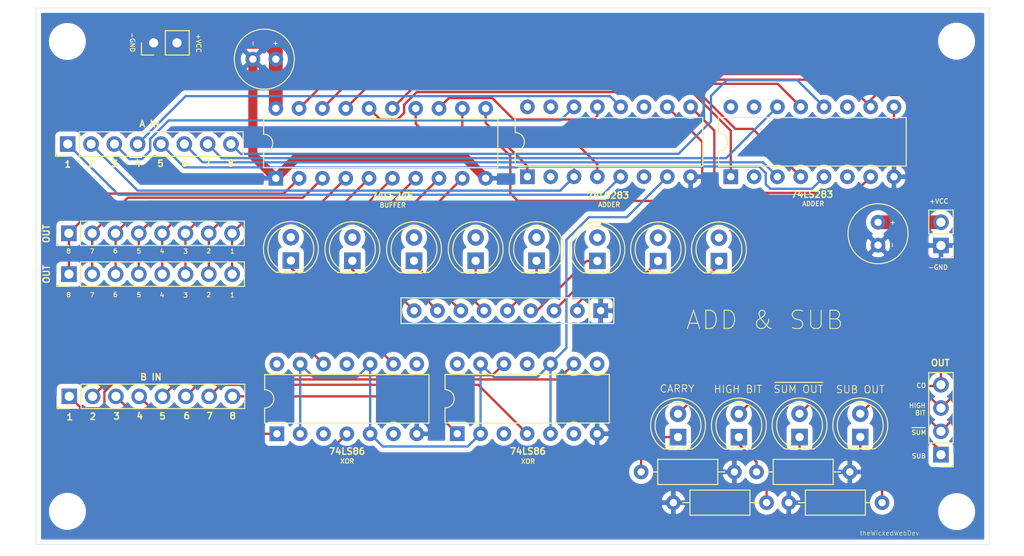
<source format=kicad_pcb>
(kicad_pcb (version 20171130) (host pcbnew "(5.1.9-0-10_14)")
  (layers (0 F.Cu signal) (1 In1.Cu signal) (2 In2.Cu signal hide) (31 B.Cu signal hide) (34 B.Paste user) (35 F.Paste user) (36 B.SilkS user) (37 F.SilkS user) (38 B.Mask user) (39 F.Mask user) (44 Edge.Cuts user))
  (net 0 "")
  (net 1 GND)
  (net 2 VCC)
  (net 3 A8)
  (net 4 A7)
  (net 5 A6)
  (net 6 A5)
  (net 7 A4)
  (net 8 A3)
  (net 9 A2)
  (net 10 A1)
  (net 11 B8)
  (net 12 B7)
  (net 13 B6)
  (net 14 B5)
  (net 15 B4)
  (net 16 B3)
  (net 17 B2)
  (net 18 B1)
  (net 19 /Y1)
  (net 20 /Y2)
  (net 21 /Y3)
  (net 22 /Y4)
  (net 23 /Y5)
  (net 24 /Y6)
  (net 25 /Y7)
  (net 26 /Y8)
  (net 27 "Net-(D25-Pad1)")
  (net 28 "Net-(D26-Pad1)")
  (net 29 "Net-(D27-Pad1)")
  (net 30 "Net-(D28-Pad1)")
  (net 31 /SUM_OUT)
  (net 32 /SUB)
  (net 33 /SUM8)
  (net 34 /CARRY_OUT)
  (net 35 /SUM7)
  (net 36 /SUM6)
  (net 37 /SUM5)
  (net 38 /SUM4)
  (net 39 /SUM3)
  (net 40 /SUM2)
  (net 41 /SUM1)
  (net 42 "Net-(U12-Pad15)")
  (net 43 "Net-(U12-Pad7)")
  (net 44 "Net-(U12-Pad6)")
  (net 45 "Net-(U12-Pad11)")
  (net 46 "Net-(U12-Pad2)")
  (net 47 "Net-(U13-Pad15)")
  (net 48 "Net-(U13-Pad6)")
  (net 49 "Net-(U13-Pad11)")
  (net 50 "Net-(U13-Pad2)")
  (net 51 "Net-(D1-Pad1)")
  (net 52 "Net-(D2-Pad1)")
  (net 53 "Net-(D3-Pad1)")
  (net 54 "Net-(D4-Pad1)")
  (net 55 "Net-(D5-Pad1)")
  (net 56 "Net-(D6-Pad1)")
  (net 57 "Net-(D7-Pad1)")
  (net 58 "Net-(D8-Pad1)")
  (module Connector_PinHeader_2.54mm:PinHeader_1x02_P2.54mm_Vertical (layer F.Cu) (at 79.98968 57.10936 90)
    (fp_text reference J7 hide)
    (fp_text value Conn_01x02)
    (pad 2 thru_hole oval (at 0 2.54 90) (size 1.7 1.7) (drill 1) (layers *.Cu *.Mask) (net 2 VCC))
    (pad 1 thru_hole rect (at 0 0 90) (size 1.7 1.7) (drill 1) (layers *.Cu *.Mask) (net 1 GND))
  )
  (module Connector_PinHeader_2.54mm:PinHeader_1x08_P2.54mm_Vertical (layer F.Cu) (at 70.79488 95.6564 90)
    (fp_text reference J3 hide)
    (fp_text value Conn_01x08)
    (pad 8 thru_hole oval (at 0 17.78 90) (size 1.7 1.7) (drill 1) (layers *.Cu *.Mask) (net 11 B8))
    (pad 7 thru_hole oval (at 0 15.24 90) (size 1.7 1.7) (drill 1) (layers *.Cu *.Mask) (net 12 B7))
    (pad 6 thru_hole oval (at 0 12.7 90) (size 1.7 1.7) (drill 1) (layers *.Cu *.Mask) (net 13 B6))
    (pad 5 thru_hole oval (at 0 10.16 90) (size 1.7 1.7) (drill 1) (layers *.Cu *.Mask) (net 14 B5))
    (pad 4 thru_hole oval (at 0 7.62 90) (size 1.7 1.7) (drill 1) (layers *.Cu *.Mask) (net 15 B4))
    (pad 3 thru_hole oval (at 0 5.08 90) (size 1.7 1.7) (drill 1) (layers *.Cu *.Mask) (net 16 B3))
    (pad 2 thru_hole oval (at 0 2.54 90) (size 1.7 1.7) (drill 1) (layers *.Cu *.Mask) (net 17 B2))
    (pad 1 thru_hole rect (at 0 0 90) (size 1.7 1.7) (drill 1) (layers *.Cu *.Mask) (net 18 B1))
  )
  (module Connector_PinHeader_2.54mm:PinHeader_1x04_P2.54mm_Vertical (layer F.Cu) (at 165.75532 102.01148 180)
    (fp_text reference J5 hide)
    (fp_text value Conn_01x04)
    (pad 4 thru_hole oval (at 0 7.62 180) (size 1.7 1.7) (drill 1) (layers *.Cu *.Mask) (net 34 /CARRY_OUT))
    (pad 3 thru_hole oval (at 0 5.08 180) (size 1.7 1.7) (drill 1) (layers *.Cu *.Mask) (net 33 /SUM8))
    (pad 2 thru_hole oval (at 0 2.54 180) (size 1.7 1.7) (drill 1) (layers *.Cu *.Mask) (net 31 /SUM_OUT))
    (pad 1 thru_hole rect (at 0 0 180) (size 1.7 1.7) (drill 1) (layers *.Cu *.Mask) (net 32 /SUB))
  )
  (module Resistor_THT:R_Array_SIP9 (layer F.Cu) (at 128.68656 86.31428 180)
    (fp_text reference RN1 hide)
    (fp_text value R_Network08_US)
    (pad 9 thru_hole oval (at 20.32 0 180) (size 1.6 1.6) (drill 0.8) (layers *.Cu *.Mask) (net 51 "Net-(D1-Pad1)"))
    (pad 8 thru_hole oval (at 17.78 0 180) (size 1.6 1.6) (drill 0.8) (layers *.Cu *.Mask) (net 52 "Net-(D2-Pad1)"))
    (pad 7 thru_hole oval (at 15.24 0 180) (size 1.6 1.6) (drill 0.8) (layers *.Cu *.Mask) (net 53 "Net-(D3-Pad1)"))
    (pad 6 thru_hole oval (at 12.7 0 180) (size 1.6 1.6) (drill 0.8) (layers *.Cu *.Mask) (net 54 "Net-(D4-Pad1)"))
    (pad 5 thru_hole oval (at 10.16 0 180) (size 1.6 1.6) (drill 0.8) (layers *.Cu *.Mask) (net 55 "Net-(D5-Pad1)"))
    (pad 4 thru_hole oval (at 7.62 0 180) (size 1.6 1.6) (drill 0.8) (layers *.Cu *.Mask) (net 56 "Net-(D6-Pad1)"))
    (pad 3 thru_hole oval (at 5.08 0 180) (size 1.6 1.6) (drill 0.8) (layers *.Cu *.Mask) (net 57 "Net-(D7-Pad1)"))
    (pad 2 thru_hole oval (at 2.54 0 180) (size 1.6 1.6) (drill 0.8) (layers *.Cu *.Mask) (net 58 "Net-(D8-Pad1)"))
    (pad 1 thru_hole rect (at 0 0 180) (size 1.6 1.6) (drill 0.8) (layers *.Cu *.Mask) (net 1 GND))
  )
  (module LED_THT:LED_D5.0mm (layer F.Cu) (at 141.56944 80.899 90)
    (fp_text reference D8 hide)
    (fp_text value LED)
    (pad 2 thru_hole circle (at 2.54 0 90) (size 1.8 1.8) (drill 0.9) (layers *.Cu *.Mask) (net 41 /SUM1))
    (pad 1 thru_hole rect (at 0 0 90) (size 1.8 1.8) (drill 0.9) (layers *.Cu *.Mask) (net 58 "Net-(D8-Pad1)"))
  )
  (module LED_THT:LED_D5.0mm (layer F.Cu) (at 134.94004 80.899 90)
    (fp_text reference D7 hide)
    (fp_text value LED)
    (pad 2 thru_hole circle (at 2.54 0 90) (size 1.8 1.8) (drill 0.9) (layers *.Cu *.Mask) (net 40 /SUM2))
    (pad 1 thru_hole rect (at 0 0 90) (size 1.8 1.8) (drill 0.9) (layers *.Cu *.Mask) (net 57 "Net-(D7-Pad1)"))
  )
  (module LED_THT:LED_D5.0mm (layer F.Cu) (at 128.32588 80.88884 90)
    (fp_text reference D6 hide)
    (fp_text value LED)
    (pad 2 thru_hole circle (at 2.54 0 90) (size 1.8 1.8) (drill 0.9) (layers *.Cu *.Mask) (net 39 /SUM3))
    (pad 1 thru_hole rect (at 0 0 90) (size 1.8 1.8) (drill 0.9) (layers *.Cu *.Mask) (net 56 "Net-(D6-Pad1)"))
  )
  (module LED_THT:LED_D5.0mm (layer F.Cu) (at 121.69648 80.8736 90)
    (fp_text reference D5 hide)
    (fp_text value LED)
    (pad 2 thru_hole circle (at 2.54 0 90) (size 1.8 1.8) (drill 0.9) (layers *.Cu *.Mask) (net 38 /SUM4))
    (pad 1 thru_hole rect (at 0 0 90) (size 1.8 1.8) (drill 0.9) (layers *.Cu *.Mask) (net 55 "Net-(D5-Pad1)"))
  )
  (module LED_THT:LED_D5.0mm (layer F.Cu) (at 115.06708 80.8736 90)
    (fp_text reference D4 hide)
    (fp_text value LED)
    (pad 2 thru_hole circle (at 2.54 0 90) (size 1.8 1.8) (drill 0.9) (layers *.Cu *.Mask) (net 37 /SUM5))
    (pad 1 thru_hole rect (at 0 0 90) (size 1.8 1.8) (drill 0.9) (layers *.Cu *.Mask) (net 54 "Net-(D4-Pad1)"))
  )
  (module LED_THT:LED_D5.0mm (layer F.Cu) (at 108.35132 80.8736 90)
    (fp_text reference D3 hide)
    (fp_text value LED)
    (pad 2 thru_hole circle (at 2.54 0 90) (size 1.8 1.8) (drill 0.9) (layers *.Cu *.Mask) (net 36 /SUM6))
    (pad 1 thru_hole rect (at 0 0 90) (size 1.8 1.8) (drill 0.9) (layers *.Cu *.Mask) (net 53 "Net-(D3-Pad1)"))
  )
  (module LED_THT:LED_D5.0mm (layer F.Cu) (at 101.63556 80.8736 90)
    (fp_text reference D2 hide)
    (fp_text value LED)
    (pad 2 thru_hole circle (at 2.54 0 90) (size 1.8 1.8) (drill 0.9) (layers *.Cu *.Mask) (net 35 /SUM7))
    (pad 1 thru_hole rect (at 0 0 90) (size 1.8 1.8) (drill 0.9) (layers *.Cu *.Mask) (net 52 "Net-(D2-Pad1)"))
  )
  (module LED_THT:LED_D5.0mm (layer F.Cu) (at 94.93504 80.8482 90)
    (fp_text reference D1 hide)
    (fp_text value LED)
    (pad 2 thru_hole circle (at 2.54 0 90) (size 1.8 1.8) (drill 0.9) (layers *.Cu *.Mask) (net 33 /SUM8))
    (pad 1 thru_hole rect (at 0 0 90) (size 1.8 1.8) (drill 0.9) (layers *.Cu *.Mask) (net 51 "Net-(D1-Pad1)"))
  )
  (module Capacitor_THT:C_Radial_D6.3mm_H11.0mm_P2.50mm (layer F.Cu) (at 93.2942 58.88736 180)
    (fp_text reference C4 hide)
    (fp_text value CP1)
    (pad 2 thru_hole circle (at 2.5 0 180) (size 1.6 1.6) (drill 0.8) (layers *.Cu *.Mask) (net 1 GND))
    (pad 1 thru_hole circle (at 0 0 180) (size 1.6 1.6) (drill 0.8) (layers *.Cu *.Mask) (net 2 VCC))
  )
  (module MountingHole:MountingHole_3mm (layer F.Cu) (at 167.45712 56.92648)
    (fp_text reference REF** hide)
    (fp_text value MountingHole_3mm)
    (pad 1 np_thru_hole circle (at 0 0) (size 3 3) (drill 3) (layers *.Cu *.Mask))
  )
  (module MountingHole:MountingHole_3mm (layer F.Cu) (at 167.46728 108.22432)
    (fp_text reference REF** hide)
    (fp_text value MountingHole_3mm)
    (pad 1 np_thru_hole circle (at 0 0) (size 3 3) (drill 3) (layers *.Cu *.Mask))
  )
  (module MountingHole:MountingHole_3mm (layer F.Cu) (at 70.59168 108.19384)
    (fp_text reference REF** hide)
    (fp_text value MountingHole_3mm)
    (pad 1 np_thru_hole circle (at 0 0) (size 3 3) (drill 3) (layers *.Cu *.Mask))
  )
  (module MountingHole:MountingHole_3mm (layer F.Cu) (at 70.5866 56.95696)
    (fp_text reference REF** hide)
    (fp_text value MountingHole_3mm)
    (pad 1 np_thru_hole circle (at 0 0) (size 3 3) (drill 3) (layers *.Cu *.Mask))
  )
  (module Connector_PinHeader_2.54mm:PinHeader_1x08_P2.54mm_Vertical (layer F.Cu) (at 70.75932 82.32648 90)
    (fp_text reference J6 hide)
    (fp_text value Conn_01x08)
    (pad 8 thru_hole oval (at 0 17.78 90) (size 1.7 1.7) (drill 1) (layers *.Cu *.Mask) (net 19 /Y1))
    (pad 7 thru_hole oval (at 0 15.24 90) (size 1.7 1.7) (drill 1) (layers *.Cu *.Mask) (net 20 /Y2))
    (pad 6 thru_hole oval (at 0 12.7 90) (size 1.7 1.7) (drill 1) (layers *.Cu *.Mask) (net 21 /Y3))
    (pad 5 thru_hole oval (at 0 10.16 90) (size 1.7 1.7) (drill 1) (layers *.Cu *.Mask) (net 22 /Y4))
    (pad 4 thru_hole oval (at 0 7.62 90) (size 1.7 1.7) (drill 1) (layers *.Cu *.Mask) (net 23 /Y5))
    (pad 3 thru_hole oval (at 0 5.08 90) (size 1.7 1.7) (drill 1) (layers *.Cu *.Mask) (net 24 /Y6))
    (pad 2 thru_hole oval (at 0 2.54 90) (size 1.7 1.7) (drill 1) (layers *.Cu *.Mask) (net 25 /Y7))
    (pad 1 thru_hole rect (at 0 0 90) (size 1.7 1.7) (drill 1) (layers *.Cu *.Mask) (net 26 /Y8))
  )
  (module Connector_PinHeader_2.54mm:PinHeader_1x08_P2.54mm_Vertical (layer F.Cu) (at 70.74916 77.8764 90)
    (fp_text reference J4 hide)
    (fp_text value Conn_01x08)
    (pad 8 thru_hole oval (at 0 17.78 90) (size 1.7 1.7) (drill 1) (layers *.Cu *.Mask) (net 19 /Y1))
    (pad 7 thru_hole oval (at 0 15.24 90) (size 1.7 1.7) (drill 1) (layers *.Cu *.Mask) (net 20 /Y2))
    (pad 6 thru_hole oval (at 0 12.7 90) (size 1.7 1.7) (drill 1) (layers *.Cu *.Mask) (net 21 /Y3))
    (pad 5 thru_hole oval (at 0 10.16 90) (size 1.7 1.7) (drill 1) (layers *.Cu *.Mask) (net 22 /Y4))
    (pad 4 thru_hole oval (at 0 7.62 90) (size 1.7 1.7) (drill 1) (layers *.Cu *.Mask) (net 23 /Y5))
    (pad 3 thru_hole oval (at 0 5.08 90) (size 1.7 1.7) (drill 1) (layers *.Cu *.Mask) (net 24 /Y6))
    (pad 2 thru_hole oval (at 0 2.54 90) (size 1.7 1.7) (drill 1) (layers *.Cu *.Mask) (net 25 /Y7))
    (pad 1 thru_hole rect (at 0 0 90) (size 1.7 1.7) (drill 1) (layers *.Cu *.Mask) (net 26 /Y8))
  )
  (module Package_DIP:DIP-14_W7.62mm (layer F.Cu) (at 93.41104 99.74072 90)
    (fp_text reference U15 hide)
    (fp_text value 74LS86)
    (pad 14 thru_hole oval (at 7.62 0 90) (size 1.6 1.6) (drill 0.8) (layers *.Cu *.Mask) (net 2 VCC))
    (pad 7 thru_hole oval (at 0 15.24 90) (size 1.6 1.6) (drill 0.8) (layers *.Cu *.Mask) (net 1 GND))
    (pad 13 thru_hole oval (at 7.62 2.54 90) (size 1.6 1.6) (drill 0.8) (layers *.Cu *.Mask) (net 32 /SUB))
    (pad 6 thru_hole oval (at 0 12.7 90) (size 1.6 1.6) (drill 0.8) (layers *.Cu *.Mask) (net 47 "Net-(U13-Pad15)"))
    (pad 12 thru_hole oval (at 7.62 5.08 90) (size 1.6 1.6) (drill 0.8) (layers *.Cu *.Mask) (net 18 B1))
    (pad 5 thru_hole oval (at 0 10.16 90) (size 1.6 1.6) (drill 0.8) (layers *.Cu *.Mask) (net 32 /SUB))
    (pad 11 thru_hole oval (at 7.62 7.62 90) (size 1.6 1.6) (drill 0.8) (layers *.Cu *.Mask) (net 48 "Net-(U13-Pad6)"))
    (pad 4 thru_hole oval (at 0 7.62 90) (size 1.6 1.6) (drill 0.8) (layers *.Cu *.Mask) (net 16 B3))
    (pad 10 thru_hole oval (at 7.62 10.16 90) (size 1.6 1.6) (drill 0.8) (layers *.Cu *.Mask) (net 32 /SUB))
    (pad 3 thru_hole oval (at 0 5.08 90) (size 1.6 1.6) (drill 0.8) (layers *.Cu *.Mask) (net 49 "Net-(U13-Pad11)"))
    (pad 9 thru_hole oval (at 7.62 12.7 90) (size 1.6 1.6) (drill 0.8) (layers *.Cu *.Mask) (net 17 B2))
    (pad 2 thru_hole oval (at 0 2.54 90) (size 1.6 1.6) (drill 0.8) (layers *.Cu *.Mask) (net 32 /SUB))
    (pad 8 thru_hole oval (at 7.62 15.24 90) (size 1.6 1.6) (drill 0.8) (layers *.Cu *.Mask) (net 50 "Net-(U13-Pad2)"))
    (pad 1 thru_hole rect (at 0 0 90) (size 1.6 1.6) (drill 0.8) (layers *.Cu *.Mask) (net 15 B4))
  )
  (module Package_DIP:DIP-14_W7.62mm (layer F.Cu) (at 113.06048 99.73056 90)
    (fp_text reference U14 hide)
    (fp_text value 74LS86)
    (pad 14 thru_hole oval (at 7.62 0 90) (size 1.6 1.6) (drill 0.8) (layers *.Cu *.Mask) (net 2 VCC))
    (pad 7 thru_hole oval (at 0 15.24 90) (size 1.6 1.6) (drill 0.8) (layers *.Cu *.Mask) (net 1 GND))
    (pad 13 thru_hole oval (at 7.62 2.54 90) (size 1.6 1.6) (drill 0.8) (layers *.Cu *.Mask) (net 32 /SUB))
    (pad 6 thru_hole oval (at 0 12.7 90) (size 1.6 1.6) (drill 0.8) (layers *.Cu *.Mask) (net 42 "Net-(U12-Pad15)"))
    (pad 12 thru_hole oval (at 7.62 5.08 90) (size 1.6 1.6) (drill 0.8) (layers *.Cu *.Mask) (net 14 B5))
    (pad 5 thru_hole oval (at 0 10.16 90) (size 1.6 1.6) (drill 0.8) (layers *.Cu *.Mask) (net 32 /SUB))
    (pad 11 thru_hole oval (at 7.62 7.62 90) (size 1.6 1.6) (drill 0.8) (layers *.Cu *.Mask) (net 44 "Net-(U12-Pad6)"))
    (pad 4 thru_hole oval (at 0 7.62 90) (size 1.6 1.6) (drill 0.8) (layers *.Cu *.Mask) (net 12 B7))
    (pad 10 thru_hole oval (at 7.62 10.16 90) (size 1.6 1.6) (drill 0.8) (layers *.Cu *.Mask) (net 32 /SUB))
    (pad 3 thru_hole oval (at 0 5.08 90) (size 1.6 1.6) (drill 0.8) (layers *.Cu *.Mask) (net 45 "Net-(U12-Pad11)"))
    (pad 9 thru_hole oval (at 7.62 12.7 90) (size 1.6 1.6) (drill 0.8) (layers *.Cu *.Mask) (net 13 B6))
    (pad 2 thru_hole oval (at 0 2.54 90) (size 1.6 1.6) (drill 0.8) (layers *.Cu *.Mask) (net 32 /SUB))
    (pad 8 thru_hole oval (at 7.62 15.24 90) (size 1.6 1.6) (drill 0.8) (layers *.Cu *.Mask) (net 46 "Net-(U12-Pad2)"))
    (pad 1 thru_hole rect (at 0 0 90) (size 1.6 1.6) (drill 0.8) (layers *.Cu *.Mask) (net 11 B8))
  )
  (module Package_DIP:DIP-16_W7.62mm (layer F.Cu) (at 120.70334 71.70928 90)
    (fp_text reference U13 hide)
    (fp_text value 74LS283)
    (pad 16 thru_hole oval (at 7.62 0 90) (size 1.6 1.6) (drill 0.8) (layers *.Cu *.Mask) (net 2 VCC))
    (pad 8 thru_hole oval (at 0 17.78 90) (size 1.6 1.6) (drill 0.8) (layers *.Cu *.Mask) (net 1 GND))
    (pad 15 thru_hole oval (at 7.62 2.54 90) (size 1.6 1.6) (drill 0.8) (layers *.Cu *.Mask) (net 47 "Net-(U13-Pad15)"))
    (pad 7 thru_hole oval (at 0 15.24 90) (size 1.6 1.6) (drill 0.8) (layers *.Cu *.Mask) (net 32 /SUB))
    (pad 14 thru_hole oval (at 7.62 5.08 90) (size 1.6 1.6) (drill 0.8) (layers *.Cu *.Mask) (net 8 A3))
    (pad 6 thru_hole oval (at 0 12.7 90) (size 1.6 1.6) (drill 0.8) (layers *.Cu *.Mask) (net 48 "Net-(U13-Pad6)"))
    (pad 13 thru_hole oval (at 7.62 7.62 90) (size 1.6 1.6) (drill 0.8) (layers *.Cu *.Mask) (net 39 /SUM3))
    (pad 5 thru_hole oval (at 0 10.16 90) (size 1.6 1.6) (drill 0.8) (layers *.Cu *.Mask) (net 10 A1))
    (pad 12 thru_hole oval (at 7.62 10.16 90) (size 1.6 1.6) (drill 0.8) (layers *.Cu *.Mask) (net 7 A4))
    (pad 4 thru_hole oval (at 0 7.62 90) (size 1.6 1.6) (drill 0.8) (layers *.Cu *.Mask) (net 41 /SUM1))
    (pad 11 thru_hole oval (at 7.62 12.7 90) (size 1.6 1.6) (drill 0.8) (layers *.Cu *.Mask) (net 49 "Net-(U13-Pad11)"))
    (pad 3 thru_hole oval (at 0 5.08 90) (size 1.6 1.6) (drill 0.8) (layers *.Cu *.Mask) (net 9 A2))
    (pad 10 thru_hole oval (at 7.62 15.24 90) (size 1.6 1.6) (drill 0.8) (layers *.Cu *.Mask) (net 38 /SUM4))
    (pad 2 thru_hole oval (at 0 2.54 90) (size 1.6 1.6) (drill 0.8) (layers *.Cu *.Mask) (net 50 "Net-(U13-Pad2)"))
    (pad 9 thru_hole oval (at 7.62 17.78 90) (size 1.6 1.6) (drill 0.8) (layers *.Cu *.Mask) (net 43 "Net-(U12-Pad7)"))
    (pad 1 thru_hole rect (at 0 0 90) (size 1.6 1.6) (drill 0.8) (layers *.Cu *.Mask) (net 40 /SUM2))
  )
  (module Package_DIP:DIP-16_W7.62mm (layer F.Cu) (at 142.85976 71.70928 90)
    (fp_text reference U12 hide)
    (fp_text value 74LS283)
    (pad 16 thru_hole oval (at 7.62 0 90) (size 1.6 1.6) (drill 0.8) (layers *.Cu *.Mask) (net 2 VCC))
    (pad 8 thru_hole oval (at 0 17.78 90) (size 1.6 1.6) (drill 0.8) (layers *.Cu *.Mask) (net 1 GND))
    (pad 15 thru_hole oval (at 7.62 2.54 90) (size 1.6 1.6) (drill 0.8) (layers *.Cu *.Mask) (net 42 "Net-(U12-Pad15)"))
    (pad 7 thru_hole oval (at 0 15.24 90) (size 1.6 1.6) (drill 0.8) (layers *.Cu *.Mask) (net 43 "Net-(U12-Pad7)"))
    (pad 14 thru_hole oval (at 7.62 5.08 90) (size 1.6 1.6) (drill 0.8) (layers *.Cu *.Mask) (net 4 A7))
    (pad 6 thru_hole oval (at 0 12.7 90) (size 1.6 1.6) (drill 0.8) (layers *.Cu *.Mask) (net 44 "Net-(U12-Pad6)"))
    (pad 13 thru_hole oval (at 7.62 7.62 90) (size 1.6 1.6) (drill 0.8) (layers *.Cu *.Mask) (net 35 /SUM7))
    (pad 5 thru_hole oval (at 0 10.16 90) (size 1.6 1.6) (drill 0.8) (layers *.Cu *.Mask) (net 6 A5))
    (pad 12 thru_hole oval (at 7.62 10.16 90) (size 1.6 1.6) (drill 0.8) (layers *.Cu *.Mask) (net 3 A8))
    (pad 4 thru_hole oval (at 0 7.62 90) (size 1.6 1.6) (drill 0.8) (layers *.Cu *.Mask) (net 37 /SUM5))
    (pad 11 thru_hole oval (at 7.62 12.7 90) (size 1.6 1.6) (drill 0.8) (layers *.Cu *.Mask) (net 45 "Net-(U12-Pad11)"))
    (pad 3 thru_hole oval (at 0 5.08 90) (size 1.6 1.6) (drill 0.8) (layers *.Cu *.Mask) (net 5 A6))
    (pad 10 thru_hole oval (at 7.62 15.24 90) (size 1.6 1.6) (drill 0.8) (layers *.Cu *.Mask) (net 33 /SUM8))
    (pad 2 thru_hole oval (at 0 2.54 90) (size 1.6 1.6) (drill 0.8) (layers *.Cu *.Mask) (net 46 "Net-(U12-Pad2)"))
    (pad 9 thru_hole oval (at 7.62 17.78 90) (size 1.6 1.6) (drill 0.8) (layers *.Cu *.Mask) (net 34 /CARRY_OUT))
    (pad 1 thru_hole rect (at 0 0 90) (size 1.6 1.6) (drill 0.8) (layers *.Cu *.Mask) (net 36 /SUM6))
  )
  (module Package_DIP:DIP-20_W7.62mm (layer F.Cu) (at 93.2942 71.87692 90)
    (fp_text reference U11 hide)
    (fp_text value 74LS245)
    (pad 20 thru_hole oval (at 7.62 0 90) (size 1.6 1.6) (drill 0.8) (layers *.Cu *.Mask) (net 2 VCC))
    (pad 10 thru_hole oval (at 0 22.86 90) (size 1.6 1.6) (drill 0.8) (layers *.Cu *.Mask) (net 1 GND))
    (pad 19 thru_hole oval (at 7.62 2.54 90) (size 1.6 1.6) (drill 0.8) (layers *.Cu *.Mask) (net 31 /SUM_OUT))
    (pad 9 thru_hole oval (at 0 20.32 90) (size 1.6 1.6) (drill 0.8) (layers *.Cu *.Mask) (net 19 /Y1))
    (pad 18 thru_hole oval (at 7.62 5.08 90) (size 1.6 1.6) (drill 0.8) (layers *.Cu *.Mask) (net 33 /SUM8))
    (pad 8 thru_hole oval (at 0 17.78 90) (size 1.6 1.6) (drill 0.8) (layers *.Cu *.Mask) (net 20 /Y2))
    (pad 17 thru_hole oval (at 7.62 7.62 90) (size 1.6 1.6) (drill 0.8) (layers *.Cu *.Mask) (net 35 /SUM7))
    (pad 7 thru_hole oval (at 0 15.24 90) (size 1.6 1.6) (drill 0.8) (layers *.Cu *.Mask) (net 21 /Y3))
    (pad 16 thru_hole oval (at 7.62 10.16 90) (size 1.6 1.6) (drill 0.8) (layers *.Cu *.Mask) (net 36 /SUM6))
    (pad 6 thru_hole oval (at 0 12.7 90) (size 1.6 1.6) (drill 0.8) (layers *.Cu *.Mask) (net 22 /Y4))
    (pad 15 thru_hole oval (at 7.62 12.7 90) (size 1.6 1.6) (drill 0.8) (layers *.Cu *.Mask) (net 37 /SUM5))
    (pad 5 thru_hole oval (at 0 10.16 90) (size 1.6 1.6) (drill 0.8) (layers *.Cu *.Mask) (net 23 /Y5))
    (pad 14 thru_hole oval (at 7.62 15.24 90) (size 1.6 1.6) (drill 0.8) (layers *.Cu *.Mask) (net 38 /SUM4))
    (pad 4 thru_hole oval (at 0 7.62 90) (size 1.6 1.6) (drill 0.8) (layers *.Cu *.Mask) (net 24 /Y6))
    (pad 13 thru_hole oval (at 7.62 17.78 90) (size 1.6 1.6) (drill 0.8) (layers *.Cu *.Mask) (net 39 /SUM3))
    (pad 3 thru_hole oval (at 0 5.08 90) (size 1.6 1.6) (drill 0.8) (layers *.Cu *.Mask) (net 25 /Y7))
    (pad 12 thru_hole oval (at 7.62 20.32 90) (size 1.6 1.6) (drill 0.8) (layers *.Cu *.Mask) (net 40 /SUM2))
    (pad 2 thru_hole oval (at 0 2.54 90) (size 1.6 1.6) (drill 0.8) (layers *.Cu *.Mask) (net 26 /Y8))
    (pad 11 thru_hole oval (at 7.62 22.86 90) (size 1.6 1.6) (drill 0.8) (layers *.Cu *.Mask) (net 41 /SUM1))
    (pad 1 thru_hole rect (at 0 0 90) (size 1.6 1.6) (drill 0.8) (layers *.Cu *.Mask) (net 1 GND))
  )
  (module Resistor_THT:R_Axial_DIN0207_L6.3mm_D2.5mm_P10.16mm_Horizontal (layer F.Cu) (at 133.09092 103.89616)
    (fp_text reference R4 hide)
    (fp_text value R_Small_US)
    (pad 2 thru_hole oval (at 10.16 0) (size 1.6 1.6) (drill 0.8) (layers *.Cu *.Mask) (net 1 GND))
    (pad 1 thru_hole circle (at 0 0) (size 1.6 1.6) (drill 0.8) (layers *.Cu *.Mask) (net 30 "Net-(D28-Pad1)"))
  )
  (module Resistor_THT:R_Axial_DIN0207_L6.3mm_D2.5mm_P10.16mm_Horizontal (layer F.Cu) (at 145.669 103.89616)
    (fp_text reference R3 hide)
    (fp_text value R_Small_US)
    (pad 2 thru_hole oval (at 10.16 0) (size 1.6 1.6) (drill 0.8) (layers *.Cu *.Mask) (net 1 GND))
    (pad 1 thru_hole circle (at 0 0) (size 1.6 1.6) (drill 0.8) (layers *.Cu *.Mask) (net 29 "Net-(D27-Pad1)"))
  )
  (module Resistor_THT:R_Axial_DIN0207_L6.3mm_D2.5mm_P10.16mm_Horizontal (layer F.Cu) (at 146.7612 107.24388 180)
    (fp_text reference R2 hide)
    (fp_text value R_Small_US)
    (pad 2 thru_hole oval (at 10.16 0 180) (size 1.6 1.6) (drill 0.8) (layers *.Cu *.Mask) (net 1 GND))
    (pad 1 thru_hole circle (at 0 0 180) (size 1.6 1.6) (drill 0.8) (layers *.Cu *.Mask) (net 28 "Net-(D26-Pad1)"))
  )
  (module Resistor_THT:R_Axial_DIN0207_L6.3mm_D2.5mm_P10.16mm_Horizontal (layer F.Cu) (at 159.33928 107.24388 180)
    (fp_text reference R1 hide)
    (fp_text value R_Small_US)
    (pad 2 thru_hole oval (at 10.16 0 180) (size 1.6 1.6) (drill 0.8) (layers *.Cu *.Mask) (net 1 GND))
    (pad 1 thru_hole circle (at 0 0 180) (size 1.6 1.6) (drill 0.8) (layers *.Cu *.Mask) (net 27 "Net-(D25-Pad1)"))
  )
  (module Connector_PinHeader_2.54mm:PinHeader_1x08_P2.54mm_Vertical (layer F.Cu) (at 70.62724 68.14312 90)
    (fp_text reference J2 hide)
    (fp_text value Conn_01x08)
    (pad 8 thru_hole oval (at 0 17.78 90) (size 1.7 1.7) (drill 1) (layers *.Cu *.Mask) (net 3 A8))
    (pad 7 thru_hole oval (at 0 15.24 90) (size 1.7 1.7) (drill 1) (layers *.Cu *.Mask) (net 4 A7))
    (pad 6 thru_hole oval (at 0 12.7 90) (size 1.7 1.7) (drill 1) (layers *.Cu *.Mask) (net 5 A6))
    (pad 5 thru_hole oval (at 0 10.16 90) (size 1.7 1.7) (drill 1) (layers *.Cu *.Mask) (net 6 A5))
    (pad 4 thru_hole oval (at 0 7.62 90) (size 1.7 1.7) (drill 1) (layers *.Cu *.Mask) (net 7 A4))
    (pad 3 thru_hole oval (at 0 5.08 90) (size 1.7 1.7) (drill 1) (layers *.Cu *.Mask) (net 8 A3))
    (pad 2 thru_hole oval (at 0 2.54 90) (size 1.7 1.7) (drill 1) (layers *.Cu *.Mask) (net 9 A2))
    (pad 1 thru_hole rect (at 0 0 90) (size 1.7 1.7) (drill 1) (layers *.Cu *.Mask) (net 10 A1))
  )
  (module Connector_PinHeader_2.54mm:PinHeader_1x02_P2.54mm_Vertical (layer F.Cu) (at 165.75532 79.20736 180)
    (fp_text reference J1 hide)
    (fp_text value Conn_01x02)
    (pad 2 thru_hole oval (at 0 2.54 180) (size 1.7 1.7) (drill 1) (layers *.Cu *.Mask) (net 2 VCC))
    (pad 1 thru_hole rect (at 0 0 180) (size 1.7 1.7) (drill 1) (layers *.Cu *.Mask) (net 1 GND))
  )
  (module LED_THT:LED_D5.0mm (layer F.Cu) (at 137.11428 100.1014 90)
    (fp_text reference D28 hide)
    (fp_text value LED)
    (pad 2 thru_hole circle (at 2.54 0 90) (size 1.8 1.8) (drill 0.9) (layers *.Cu *.Mask) (net 34 /CARRY_OUT))
    (pad 1 thru_hole rect (at 0 0 90) (size 1.8 1.8) (drill 0.9) (layers *.Cu *.Mask) (net 30 "Net-(D28-Pad1)"))
  )
  (module LED_THT:LED_D5.0mm (layer F.Cu) (at 143.74368 100.10648 90)
    (fp_text reference D27 hide)
    (fp_text value LED)
    (pad 2 thru_hole circle (at 2.54 0 90) (size 1.8 1.8) (drill 0.9) (layers *.Cu *.Mask) (net 33 /SUM8))
    (pad 1 thru_hole rect (at 0 0 90) (size 1.8 1.8) (drill 0.9) (layers *.Cu *.Mask) (net 29 "Net-(D27-Pad1)"))
  )
  (module LED_THT:LED_D5.0mm (layer F.Cu) (at 150.35276 100.09632 90)
    (fp_text reference D26 hide)
    (fp_text value LED)
    (pad 2 thru_hole circle (at 2.54 0 90) (size 1.8 1.8) (drill 0.9) (layers *.Cu *.Mask) (net 31 /SUM_OUT))
    (pad 1 thru_hole rect (at 0 0 90) (size 1.8 1.8) (drill 0.9) (layers *.Cu *.Mask) (net 28 "Net-(D26-Pad1)"))
  )
  (module LED_THT:LED_D5.0mm (layer F.Cu) (at 156.96692 100.09124 90)
    (fp_text reference D25 hide)
    (fp_text value LED)
    (pad 2 thru_hole circle (at 2.54 0 90) (size 1.8 1.8) (drill 0.9) (layers *.Cu *.Mask) (net 32 /SUB))
    (pad 1 thru_hole rect (at 0 0 90) (size 1.8 1.8) (drill 0.9) (layers *.Cu *.Mask) (net 27 "Net-(D25-Pad1)"))
  )
  (module Capacitor_THT:C_Radial_D6.3mm_H11.0mm_P2.50mm (layer F.Cu) (at 158.9024 76.67244 270)
    (fp_text reference C5 hide)
    (fp_text value CP1)
    (pad 2 thru_hole circle (at 2.5 0 270) (size 1.6 1.6) (drill 0.8) (layers *.Cu *.Mask) (net 1 GND))
    (pad 1 thru_hole circle (at 0 0 270) (size 1.6 1.6) (drill 0.8) (layers *.Cu *.Mask) (net 2 VCC))
  )
  (gr_text +VCC (at 84.88172 58.23204 270) (layer F.SilkS) (effects (font (size 0.5 0.5) (thickness 0.09)) (justify right)))
  (gr_text -GND (at 77.6732 58.18124 270) (layer F.SilkS) (effects (font (size 0.5 0.5) (thickness 0.09)) (justify right)))
  (gr_text OUT (at 165.68928 92.00388) (layer F.SilkS) (effects (font (size 0.7 0.7))))
  (gr_text OUT (at 68.29552 77.9272 90) (layer F.SilkS) (effects (font (size 0.7 0.7))))
  (gr_text 5 (at 78.67396 79.81696) (layer F.SilkS) (effects (font (size 0.5 0.5) (thickness 0.09)) (justify right)))
  (gr_text 3 (at 83.76412 79.85252) (layer F.SilkS) (effects (font (size 0.5 0.5) (thickness 0.09)) (justify right)))
  (gr_text 6 (at 76.10856 79.80172) (layer F.SilkS) (effects (font (size 0.5 0.5) (thickness 0.09)) (justify right)))
  (gr_text 1 (at 88.85428 79.82712) (layer F.SilkS) (effects (font (size 0.5 0.5) (thickness 0.09)) (justify right)))
  (gr_text 8 (at 71.0184 79.82712) (layer F.SilkS) (effects (font (size 0.5 0.5) (thickness 0.09)) (justify right)))
  (gr_text 7 (at 73.5838 79.84236) (layer F.SilkS) (effects (font (size 0.5 0.5) (thickness 0.09)) (justify right)))
  (gr_text 2 (at 86.28888 79.81188) (layer F.SilkS) (effects (font (size 0.5 0.5) (thickness 0.09)) (justify right)))
  (gr_text 4 (at 81.19872 79.83728) (layer F.SilkS) (effects (font (size 0.5 0.5) (thickness 0.09)) (justify right)))
  (gr_text XOR (at 101.0666 102.72776) (layer F.SilkS) (effects (font (size 0.5 0.5) (thickness 0.1))))
  (gr_line (start 162.61588 99.07016) (end 164.05352 99.07016) (layer F.SilkS) (width 0.12))
  (gr_line (start 152.908 94.12732) (end 147.67052 94.12732) (layer F.SilkS) (width 0.12))
  (gr_text "SUB OUT" (at 159.67964 94.90456) (layer F.SilkS) (effects (font (size 0.8 0.8) (thickness 0.09)) (justify right)))
  (gr_text "SUM OUT" (at 152.99436 94.87916) (layer F.SilkS) (effects (font (size 0.8 0.8) (thickness 0.09)) (justify right)))
  (gr_text "HIGH BIT" (at 146.33448 94.87408) (layer F.SilkS) (effects (font (size 0.8 0.8) (thickness 0.09)) (justify right)))
  (gr_text CARRY (at 138.95832 94.82328) (layer F.SilkS) (effects (font (size 0.8 0.8) (thickness 0.09)) (justify right)))
  (gr_line (start 171.00804 53.30952) (end 171.00804 111.80064) (layer Edge.Cuts) (width 0.05))
  (gr_line (start 67.183 53.30952) (end 171.00804 53.30952) (layer Edge.Cuts) (width 0.05))
  (gr_line (start 67.183 111.80064) (end 67.183 53.30952) (layer Edge.Cuts) (width 0.05))
  (gr_line (start 171.00804 111.80064) (end 67.183 111.80064) (layer Edge.Cuts) (width 0.05))
  (gr_text theWickedWebDev (at 160.147 110.57128) (layer F.SilkS) (effects (font (size 0.5 0.5) (thickness 0.05))))
  (gr_text "ADD & SUB" (at 146.56308 87.33536) (layer F.SilkS) (effects (font (size 2 2) (thickness 0.1))))
  (gr_text BUFFER (at 106.02976 74.80808) (layer F.SilkS) (effects (font (size 0.5 0.5) (thickness 0.1))))
  (gr_text 74LS283 (at 129.48412 73.7362) (layer F.SilkS) (effects (font (size 0.7 0.7))))
  (gr_text ADDER (at 129.61112 74.7522) (layer F.SilkS) (effects (font (size 0.5 0.5) (thickness 0.1))))
  (gr_text ADDER (at 151.83612 74.65568) (layer F.SilkS) (effects (font (size 0.5 0.5) (thickness 0.1))))
  (gr_text XOR (at 120.76684 102.743) (layer F.SilkS) (effects (font (size 0.5 0.5) (thickness 0.1))))
  (gr_text - (at 160.43148 78.7908 90) (layer F.SilkS) (effects (font (size 0.5 0.5) (thickness 0.09)) (justify right)))
  (gr_text + (at 160.47212 76.34224 90) (layer F.SilkS) (effects (font (size 0.5 0.5) (thickness 0.09)) (justify right)))
  (gr_text 74LS86 (at 120.74652 101.64064) (layer F.SilkS) (effects (font (size 0.7 0.7))))
  (gr_text 74LS86 (at 101.05136 101.6508) (layer F.SilkS) (effects (font (size 0.7 0.7))))
  (gr_text 74LS283 (at 151.70912 73.63968) (layer F.SilkS) (effects (font (size 0.7 0.7))))
  (gr_text 74LS245 (at 105.98404 73.8124) (layer F.SilkS) (effects (font (size 0.7 0.7))))
  (gr_text - (at 90.8558 57.54624 270) (layer F.SilkS) (effects (font (size 0.5 0.5) (thickness 0.09)) (justify right)))
  (gr_text + (at 93.30436 57.531 270) (layer F.SilkS) (effects (font (size 0.5 0.5) (thickness 0.09)) (justify right)))
  (gr_text 4 (at 81.19872 84.6074) (layer F.SilkS) (effects (font (size 0.5 0.5) (thickness 0.09)) (justify right)))
  (gr_text 3 (at 83.76412 84.62264) (layer F.SilkS) (effects (font (size 0.5 0.5) (thickness 0.09)) (justify right)))
  (gr_text 2 (at 86.28888 84.582) (layer F.SilkS) (effects (font (size 0.5 0.5) (thickness 0.09)) (justify right)))
  (gr_text 1 (at 88.85428 84.59724) (layer F.SilkS) (effects (font (size 0.5 0.5) (thickness 0.09)) (justify right)))
  (gr_text 6 (at 76.10856 84.57184) (layer F.SilkS) (effects (font (size 0.5 0.5) (thickness 0.09)) (justify right)))
  (gr_text 5 (at 78.67396 84.58708) (layer F.SilkS) (effects (font (size 0.5 0.5) (thickness 0.09)) (justify right)))
  (gr_text 7 (at 73.5838 84.61248) (layer F.SilkS) (effects (font (size 0.5 0.5) (thickness 0.09)) (justify right)))
  (gr_text 8 (at 71.0184 84.59724) (layer F.SilkS) (effects (font (size 0.5 0.5) (thickness 0.09)) (justify right)))
  (gr_text OUT (at 68.31584 82.33156 90) (layer F.SilkS) (effects (font (size 0.7 0.7))))
  (gr_text +VCC (at 166.61384 74.37628) (layer F.SilkS) (effects (font (size 0.5 0.5) (thickness 0.09)) (justify right)))
  (gr_text -GND (at 166.56304 81.5848) (layer F.SilkS) (effects (font (size 0.5 0.5) (thickness 0.09)) (justify right)))
  (gr_text SUB (at 164.15512 102.1588) (layer F.SilkS) (effects (font (size 0.5 0.5) (thickness 0.09)) (justify right)))
  (gr_text SUM (at 164.19576 99.5934) (layer F.SilkS) (effects (font (size 0.5 0.5) (thickness 0.09)) (justify right)))
  (gr_text CO (at 164.17544 94.47276) (layer F.SilkS) (effects (font (size 0.5 0.5) (thickness 0.09)) (justify right)))
  (gr_text "HIGH\nBIT" (at 164.1348 97.06356) (layer F.SilkS) (effects (font (size 0.5 0.5) (thickness 0.09)) (justify right)))
  (gr_text "B IN" (at 79.68996 93.55328) (layer F.SilkS) (effects (font (size 0.7 0.7))))
  (gr_text 7 (at 86.0806 97.79508) (layer F.SilkS) (effects (font (size 0.7 0.7))))
  (gr_text 1 (at 70.85076 97.90176) (layer F.SilkS) (effects (font (size 0.7 0.7))))
  (gr_text 3 (at 75.95108 97.82556) (layer F.SilkS) (effects (font (size 0.7 0.7))))
  (gr_text 5 (at 80.9498 97.8154) (layer F.SilkS) (effects (font (size 0.7 0.7))))
  (gr_text 8 (at 88.60536 97.79) (layer F.SilkS) (effects (font (size 0.7 0.7))))
  (gr_text 6 (at 83.5914 97.77984) (layer F.SilkS) (effects (font (size 0.7 0.7))))
  (gr_text 4 (at 78.47076 97.79508) (layer F.SilkS) (effects (font (size 0.7 0.7))))
  (gr_text 2 (at 73.36028 97.86112) (layer F.SilkS) (effects (font (size 0.7 0.7))))
  (gr_text 8 (at 88.38692 70.24116) (layer F.SilkS) (effects (font (size 0.7 0.7))))
  (gr_text 7 (at 85.86216 70.24624) (layer F.SilkS) (effects (font (size 0.7 0.7))))
  (gr_text 6 (at 83.37296 70.231) (layer F.SilkS) (effects (font (size 0.7 0.7))))
  (gr_text 5 (at 80.73136 70.26656) (layer F.SilkS) (effects (font (size 0.7 0.7))))
  (gr_text 4 (at 78.25232 70.24624) (layer F.SilkS) (effects (font (size 0.7 0.7))))
  (gr_text 3 (at 75.73264 70.27672) (layer F.SilkS) (effects (font (size 0.7 0.7))))
  (gr_text 2 (at 73.14184 70.31228) (layer F.SilkS) (effects (font (size 0.7 0.7))))
  (gr_text 1 (at 70.63232 70.35292) (layer F.SilkS) (effects (font (size 0.7 0.7))))
  (gr_text "A IN" (at 79.54264 65.94348) (layer F.SilkS) (effects (font (size 0.7 0.7))))
  (segment (start 90.7942 69.37692) (end 93.2942 71.87692) (width 1) (layer F.Cu) (net 1))
  (segment (start 90.7942 58.88736) (end 90.7942 69.37692) (width 1) (layer F.Cu) (net 1))
  (segment (start 116.1542 71.87692) (end 113.9444 69.66712) (width 1) (layer F.Cu) (net 1))
  (segment (start 95.504 69.66712) (end 93.2942 71.87692) (width 1) (layer F.Cu) (net 1))
  (segment (start 113.9444 69.66712) (end 95.504 69.66712) (width 1) (layer F.Cu) (net 1))
  (segment (start 165.75024 76.67244) (end 165.75532 76.66736) (width 0.25) (layer F.Cu) (net 2))
  (segment (start 158.9024 76.67244) (end 165.75024 76.67244) (width 1.5) (layer F.Cu) (net 2))
  (segment (start 93.2942 58.88736) (end 93.2942 64.25692) (width 1.5) (layer F.Cu) (net 2))
  (segment (start 93.2942 58.00852) (end 93.2942 58.88736) (width 1.5) (layer F.Cu) (net 2))
  (segment (start 92.28836 57.00268) (end 93.2942 58.00852) (width 1.5) (layer F.Cu) (net 2))
  (segment (start 82.63636 57.00268) (end 92.28836 57.00268) (width 1.5) (layer F.Cu) (net 2))
  (segment (start 82.52968 57.10936) (end 82.63636 57.00268) (width 1.5) (layer F.Cu) (net 2))
  (segment (start 150.121189 61.190709) (end 153.01976 64.08928) (width 0.25) (layer B.Cu) (net 3))
  (segment (start 142.40412 61.190709) (end 150.121189 61.190709) (width 0.25) (layer B.Cu) (net 3))
  (segment (start 137.16508 69.20992) (end 140.702869 65.672131) (width 0.25) (layer B.Cu) (net 3))
  (segment (start 140.702869 65.672131) (end 140.702869 62.89196) (width 0.25) (layer B.Cu) (net 3))
  (segment (start 89.47404 69.20992) (end 137.16508 69.20992) (width 0.25) (layer B.Cu) (net 3))
  (segment (start 140.702869 62.89196) (end 142.40412 61.190709) (width 0.25) (layer B.Cu) (net 3))
  (segment (start 88.40724 68.14312) (end 89.47404 69.20992) (width 0.25) (layer B.Cu) (net 3))
  (segment (start 85.86724 68.14312) (end 87.408377 69.684257) (width 0.25) (layer B.Cu) (net 4))
  (segment (start 87.408377 69.684257) (end 142.344783 69.684257) (width 0.25) (layer B.Cu) (net 4))
  (segment (start 142.344783 69.684257) (end 147.93976 64.08928) (width 0.25) (layer B.Cu) (net 4))
  (segment (start 85.318388 70.134268) (end 146.364748 70.134268) (width 0.25) (layer B.Cu) (net 5))
  (segment (start 146.364748 70.134268) (end 147.93976 71.70928) (width 0.25) (layer B.Cu) (net 5))
  (segment (start 83.32724 68.14312) (end 85.318388 70.134268) (width 0.25) (layer B.Cu) (net 5))
  (segment (start 80.78724 68.14312) (end 83.33232 70.6882) (width 0.25) (layer B.Cu) (net 6))
  (segment (start 145.939761 70.584279) (end 146.66976 71.314278) (width 0.25) (layer B.Cu) (net 6))
  (segment (start 83.33232 70.6882) (end 119.539418 70.6882) (width 0.25) (layer B.Cu) (net 6))
  (segment (start 119.539418 70.6882) (end 119.643339 70.584279) (width 0.25) (layer B.Cu) (net 6))
  (segment (start 119.643339 70.584279) (end 145.939761 70.584279) (width 0.25) (layer B.Cu) (net 6))
  (segment (start 146.66976 71.314278) (end 146.66976 72.52716) (width 0.25) (layer B.Cu) (net 6))
  (segment (start 146.66976 72.52716) (end 147.1676 73.025) (width 0.25) (layer B.Cu) (net 6))
  (segment (start 151.70404 73.025) (end 153.01976 71.70928) (width 0.25) (layer B.Cu) (net 6))
  (segment (start 147.1676 73.025) (end 151.70404 73.025) (width 0.25) (layer B.Cu) (net 6))
  (segment (start 129.69494 62.92088) (end 130.86334 64.08928) (width 0.25) (layer B.Cu) (net 7))
  (segment (start 83.46948 62.92088) (end 129.69494 62.92088) (width 0.25) (layer B.Cu) (net 7))
  (segment (start 78.24724 68.14312) (end 83.46948 62.92088) (width 0.25) (layer B.Cu) (net 7))
  (segment (start 124.30506 65.56756) (end 125.78334 64.08928) (width 0.25) (layer B.Cu) (net 8))
  (segment (start 79.612239 67.579119) (end 81.623798 65.56756) (width 0.25) (layer B.Cu) (net 8))
  (segment (start 81.623798 65.56756) (end 124.30506 65.56756) (width 0.25) (layer B.Cu) (net 8))
  (segment (start 78.6892 69.78904) (end 79.612239 68.866001) (width 0.25) (layer B.Cu) (net 8))
  (segment (start 79.612239 68.866001) (end 79.612239 67.579119) (width 0.25) (layer B.Cu) (net 8))
  (segment (start 77.35316 69.78904) (end 78.6892 69.78904) (width 0.25) (layer B.Cu) (net 8))
  (segment (start 75.70724 68.14312) (end 77.35316 69.78904) (width 0.25) (layer B.Cu) (net 8))
  (segment (start 125.78334 71.70928) (end 125.78334 70.91426) (width 0.25) (layer F.Cu) (net 9))
  (segment (start 78.244269 73.220149) (end 124.272471 73.220149) (width 0.25) (layer B.Cu) (net 9))
  (segment (start 73.16724 68.14312) (end 78.244269 73.220149) (width 0.25) (layer B.Cu) (net 9))
  (segment (start 124.272471 73.220149) (end 125.78334 71.70928) (width 0.25) (layer B.Cu) (net 9))
  (segment (start 128.90246 73.67016) (end 130.86334 71.70928) (width 0.25) (layer B.Cu) (net 10))
  (segment (start 70.62724 68.14312) (end 76.15428 73.67016) (width 0.25) (layer B.Cu) (net 10))
  (segment (start 76.15428 73.67016) (end 128.90246 73.67016) (width 0.25) (layer B.Cu) (net 10))
  (segment (start 108.98632 95.6564) (end 113.06048 99.73056) (width 0.25) (layer F.Cu) (net 11))
  (segment (start 88.57488 95.6564) (end 108.98632 95.6564) (width 0.25) (layer F.Cu) (net 11))
  (segment (start 86.03488 95.6564) (end 87.2998 94.39148) (width 0.25) (layer F.Cu) (net 12))
  (segment (start 115.3414 94.39148) (end 120.68048 99.73056) (width 0.25) (layer F.Cu) (net 12))
  (segment (start 87.2998 94.39148) (end 115.3414 94.39148) (width 0.25) (layer F.Cu) (net 12))
  (segment (start 83.49488 95.6564) (end 85.33892 93.81236) (width 0.25) (layer F.Cu) (net 13))
  (segment (start 124.05868 93.81236) (end 125.76048 92.11056) (width 0.25) (layer F.Cu) (net 13))
  (segment (start 85.33892 93.81236) (end 124.05868 93.81236) (width 0.25) (layer F.Cu) (net 13))
  (segment (start 80.95488 95.6564) (end 83.2612 93.35008) (width 0.25) (layer F.Cu) (net 14))
  (segment (start 116.90096 93.35008) (end 118.14048 92.11056) (width 0.25) (layer F.Cu) (net 14))
  (segment (start 83.2612 93.35008) (end 116.90096 93.35008) (width 0.25) (layer F.Cu) (net 14))
  (segment (start 82.4992 99.74072) (end 93.41104 99.74072) (width 0.25) (layer F.Cu) (net 15))
  (segment (start 78.41488 95.6564) (end 82.4992 99.74072) (width 0.25) (layer F.Cu) (net 15))
  (segment (start 75.87488 95.6564) (end 81.50352 101.28504) (width 0.25) (layer F.Cu) (net 16))
  (segment (start 99.48672 101.28504) (end 101.03104 99.74072) (width 0.25) (layer F.Cu) (net 16))
  (segment (start 81.50352 101.28504) (end 99.48672 101.28504) (width 0.25) (layer F.Cu) (net 16))
  (segment (start 73.33488 95.6564) (end 78.68412 90.30716) (width 0.25) (layer F.Cu) (net 17))
  (segment (start 78.68412 90.30716) (end 104.29748 90.30716) (width 0.25) (layer F.Cu) (net 17))
  (segment (start 104.29748 90.30716) (end 106.11104 92.12072) (width 0.25) (layer F.Cu) (net 17))
  (segment (start 97.127491 90.757171) (end 98.49104 92.12072) (width 0.25) (layer F.Cu) (net 18))
  (segment (start 74.1172 96.96704) (end 74.62012 96.46412) (width 0.25) (layer F.Cu) (net 18))
  (segment (start 72.10552 96.96704) (end 74.1172 96.96704) (width 0.25) (layer F.Cu) (net 18))
  (segment (start 74.62012 95.172158) (end 79.035107 90.757171) (width 0.25) (layer F.Cu) (net 18))
  (segment (start 79.035107 90.757171) (end 97.127491 90.757171) (width 0.25) (layer F.Cu) (net 18))
  (segment (start 74.62012 96.46412) (end 74.62012 95.172158) (width 0.25) (layer F.Cu) (net 18))
  (segment (start 70.79488 95.6564) (end 72.10552 96.96704) (width 0.25) (layer F.Cu) (net 18))
  (segment (start 108.79328 76.69784) (end 113.6142 71.87692) (width 0.25) (layer F.Cu) (net 19))
  (segment (start 88.52916 77.8764) (end 89.70772 76.69784) (width 0.25) (layer F.Cu) (net 19))
  (segment (start 89.70772 76.69784) (end 108.79328 76.69784) (width 0.25) (layer F.Cu) (net 19))
  (segment (start 88.52916 82.31632) (end 88.53932 82.32648) (width 0.25) (layer F.Cu) (net 19))
  (segment (start 88.52916 77.8764) (end 88.52916 82.31632) (width 0.25) (layer F.Cu) (net 19))
  (segment (start 111.0742 71.87692) (end 106.703291 76.247829) (width 0.25) (layer F.Cu) (net 20))
  (segment (start 106.703291 76.247829) (end 87.617731 76.247829) (width 0.25) (layer F.Cu) (net 20))
  (segment (start 87.617731 76.247829) (end 85.98916 77.8764) (width 0.25) (layer F.Cu) (net 20))
  (segment (start 85.99932 77.88656) (end 85.98916 77.8764) (width 0.25) (layer F.Cu) (net 20))
  (segment (start 85.99932 82.32648) (end 85.99932 77.88656) (width 0.25) (layer F.Cu) (net 20))
  (segment (start 83.44916 77.8764) (end 85.527742 75.797818) (width 0.25) (layer F.Cu) (net 21))
  (segment (start 85.527742 75.797818) (end 104.613302 75.797818) (width 0.25) (layer F.Cu) (net 21))
  (segment (start 104.613302 75.797818) (end 108.5342 71.87692) (width 0.25) (layer F.Cu) (net 21))
  (segment (start 83.44916 82.31632) (end 83.45932 82.32648) (width 0.25) (layer F.Cu) (net 21))
  (segment (start 83.44916 77.8764) (end 83.44916 82.31632) (width 0.25) (layer F.Cu) (net 21))
  (segment (start 83.437753 75.347807) (end 80.90916 77.8764) (width 0.25) (layer F.Cu) (net 22))
  (segment (start 105.9942 71.87692) (end 102.523313 75.347807) (width 0.25) (layer F.Cu) (net 22))
  (segment (start 102.523313 75.347807) (end 83.437753 75.347807) (width 0.25) (layer F.Cu) (net 22))
  (segment (start 80.91932 77.88656) (end 80.90916 77.8764) (width 0.25) (layer F.Cu) (net 22))
  (segment (start 80.91932 82.32648) (end 80.91932 77.88656) (width 0.25) (layer F.Cu) (net 22))
  (segment (start 81.347764 74.897796) (end 78.36916 77.8764) (width 0.25) (layer F.Cu) (net 23))
  (segment (start 103.4542 71.87692) (end 100.433324 74.897796) (width 0.25) (layer F.Cu) (net 23))
  (segment (start 100.433324 74.897796) (end 81.347764 74.897796) (width 0.25) (layer F.Cu) (net 23))
  (segment (start 78.36916 77.8764) (end 78.36916 81.811172) (width 0.25) (layer F.Cu) (net 23))
  (segment (start 100.9142 71.87692) (end 98.343335 74.447785) (width 0.25) (layer F.Cu) (net 24))
  (segment (start 79.257775 74.447785) (end 75.82916 77.8764) (width 0.25) (layer F.Cu) (net 24))
  (segment (start 98.343335 74.447785) (end 79.257775 74.447785) (width 0.25) (layer F.Cu) (net 24))
  (segment (start 75.83932 77.88656) (end 75.82916 77.8764) (width 0.25) (layer F.Cu) (net 24))
  (segment (start 75.83932 82.32648) (end 75.83932 77.88656) (width 0.25) (layer F.Cu) (net 24))
  (segment (start 96.253346 73.997774) (end 77.167786 73.997774) (width 0.25) (layer F.Cu) (net 25))
  (segment (start 98.3742 71.87692) (end 96.253346 73.997774) (width 0.25) (layer F.Cu) (net 25))
  (segment (start 77.167786 73.997774) (end 73.28916 77.8764) (width 0.25) (layer F.Cu) (net 25))
  (segment (start 73.28916 82.31632) (end 73.29932 82.32648) (width 0.25) (layer F.Cu) (net 25))
  (segment (start 73.28916 77.8764) (end 73.28916 82.31632) (width 0.25) (layer F.Cu) (net 25))
  (segment (start 95.8342 71.87692) (end 94.163357 73.547763) (width 0.25) (layer F.Cu) (net 26))
  (segment (start 94.163357 73.547763) (end 75.077797 73.547763) (width 0.25) (layer F.Cu) (net 26))
  (segment (start 75.077797 73.547763) (end 70.74916 77.8764) (width 0.25) (layer F.Cu) (net 26))
  (segment (start 70.75932 77.88656) (end 70.74916 77.8764) (width 0.25) (layer F.Cu) (net 26))
  (segment (start 70.75932 82.32648) (end 70.75932 77.88656) (width 0.25) (layer F.Cu) (net 26))
  (segment (start 156.96692 100.09124) (end 156.96692 101.48824) (width 0.25) (layer F.Cu) (net 27))
  (segment (start 159.33928 103.8606) (end 159.33928 107.24388) (width 0.25) (layer F.Cu) (net 27))
  (segment (start 156.96692 101.48824) (end 159.33928 103.8606) (width 0.25) (layer F.Cu) (net 27))
  (segment (start 150.35276 100.09632) (end 150.35276 101.63556) (width 0.25) (layer F.Cu) (net 28))
  (segment (start 146.7612 105.22712) (end 146.7612 107.24388) (width 0.25) (layer F.Cu) (net 28))
  (segment (start 150.35276 101.63556) (end 146.7612 105.22712) (width 0.25) (layer F.Cu) (net 28))
  (segment (start 143.74368 100.10648) (end 143.74368 100.88372) (width 0.25) (layer F.Cu) (net 29))
  (segment (start 145.669 102.80904) (end 145.669 103.89616) (width 0.25) (layer F.Cu) (net 29))
  (segment (start 143.74368 100.88372) (end 145.669 102.80904) (width 0.25) (layer F.Cu) (net 29))
  (segment (start 137.11428 100.1014) (end 135.5598 100.1014) (width 0.25) (layer F.Cu) (net 30))
  (segment (start 133.09092 102.57028) (end 133.09092 103.89616) (width 0.25) (layer F.Cu) (net 30))
  (segment (start 135.5598 100.1014) (end 133.09092 102.57028) (width 0.25) (layer F.Cu) (net 30))
  (segment (start 95.99676 64.09436) (end 95.8342 64.25692) (width 0.25) (layer F.Cu) (net 31))
  (segment (start 165.99408 99.71024) (end 165.75532 99.47148) (width 0.25) (layer F.Cu) (net 31))
  (segment (start 165.75532 99.47148) (end 164.432411 98.148571) (width 0.25) (layer F.Cu) (net 31))
  (segment (start 152.480418 95.428662) (end 150.35276 97.55632) (width 0.25) (layer F.Cu) (net 31))
  (segment (start 164.432411 98.148571) (end 164.432411 96.40472) (width 0.25) (layer F.Cu) (net 31))
  (segment (start 164.432411 96.40472) (end 163.456353 95.428662) (width 0.25) (layer F.Cu) (net 31))
  (segment (start 163.456353 95.428662) (end 152.480418 95.428662) (width 0.25) (layer F.Cu) (net 31))
  (segment (start 95.8342 64.25692) (end 99.58324 60.50788) (width 0.25) (layer F.Cu) (net 31))
  (segment (start 99.58324 60.50788) (end 155.74772 60.50788) (width 0.25) (layer F.Cu) (net 31))
  (segment (start 155.74772 60.50788) (end 157.49524 62.2554) (width 0.25) (layer F.Cu) (net 31))
  (segment (start 157.49524 62.2554) (end 161.7218 62.2554) (width 0.25) (layer F.Cu) (net 31))
  (segment (start 161.7218 62.2554) (end 162.88004 63.41364) (width 0.25) (layer F.Cu) (net 31))
  (segment (start 162.88004 63.41364) (end 162.88004 67.18808) (width 0.25) (layer F.Cu) (net 31))
  (segment (start 162.88004 67.18808) (end 169.02176 73.3298) (width 0.25) (layer F.Cu) (net 31))
  (segment (start 169.02176 73.3298) (end 169.02176 84.94268) (width 0.25) (layer F.Cu) (net 31))
  (segment (start 169.02176 84.94268) (end 166.93388 87.03056) (width 0.25) (layer F.Cu) (net 31))
  (segment (start 166.93388 87.03056) (end 166.93388 90.72372) (width 0.25) (layer F.Cu) (net 31))
  (segment (start 166.93388 90.72372) (end 167.98036 91.7702) (width 0.25) (layer F.Cu) (net 31))
  (segment (start 167.98036 97.24644) (end 165.75532 99.47148) (width 0.25) (layer F.Cu) (net 31))
  (segment (start 167.98036 91.7702) (end 167.98036 97.24644) (width 0.25) (layer F.Cu) (net 31))
  (segment (start 123.22048 92.11056) (end 123.22048 99.73056) (width 0.25) (layer B.Cu) (net 32))
  (segment (start 115.60048 92.11056) (end 115.60048 99.73056) (width 0.25) (layer B.Cu) (net 32))
  (segment (start 103.57104 92.12072) (end 103.57104 99.74072) (width 0.25) (layer B.Cu) (net 32))
  (segment (start 95.95104 92.12072) (end 95.95104 99.74072) (width 0.25) (layer B.Cu) (net 32))
  (segment (start 121.78284 93.5482) (end 123.22048 92.11056) (width 0.25) (layer B.Cu) (net 32))
  (segment (start 117.03812 93.5482) (end 121.78284 93.5482) (width 0.25) (layer B.Cu) (net 32))
  (segment (start 115.60048 92.11056) (end 117.03812 93.5482) (width 0.25) (layer B.Cu) (net 32))
  (segment (start 102.10292 93.58884) (end 103.57104 92.12072) (width 0.25) (layer B.Cu) (net 32))
  (segment (start 97.41916 93.58884) (end 102.10292 93.58884) (width 0.25) (layer B.Cu) (net 32))
  (segment (start 95.95104 92.12072) (end 97.41916 93.58884) (width 0.25) (layer B.Cu) (net 32))
  (segment (start 114.20856 101.12248) (end 115.60048 99.73056) (width 0.25) (layer B.Cu) (net 32))
  (segment (start 104.9528 101.12248) (end 114.20856 101.12248) (width 0.25) (layer B.Cu) (net 32))
  (segment (start 103.57104 99.74072) (end 104.9528 101.12248) (width 0.25) (layer B.Cu) (net 32))
  (segment (start 135.94334 71.70928) (end 131.52882 76.1238) (width 0.25) (layer B.Cu) (net 32))
  (segment (start 131.52882 76.1238) (end 127.4064 76.1238) (width 0.25) (layer B.Cu) (net 32))
  (segment (start 127.4064 76.1238) (end 124.95276 78.57744) (width 0.25) (layer B.Cu) (net 32))
  (segment (start 124.95276 90.37828) (end 123.22048 92.11056) (width 0.25) (layer B.Cu) (net 32))
  (segment (start 124.95276 78.57744) (end 124.95276 90.37828) (width 0.25) (layer B.Cu) (net 32))
  (segment (start 163.9824 96.59112) (end 163.32708 95.9358) (width 0.25) (layer F.Cu) (net 32))
  (segment (start 165.75532 101.65588) (end 163.9824 99.88296) (width 0.25) (layer F.Cu) (net 32))
  (segment (start 163.9824 99.88296) (end 163.9824 96.59112) (width 0.25) (layer F.Cu) (net 32))
  (segment (start 158.58236 95.9358) (end 156.96692 97.55124) (width 0.25) (layer F.Cu) (net 32))
  (segment (start 163.32708 95.9358) (end 158.58236 95.9358) (width 0.25) (layer F.Cu) (net 32))
  (segment (start 165.75532 102.01148) (end 165.75532 101.65588) (width 0.25) (layer F.Cu) (net 32))
  (segment (start 98.61296 64.01816) (end 98.3742 64.25692) (width 0.25) (layer F.Cu) (net 33))
  (segment (start 101.505589 61.125531) (end 98.3742 64.25692) (width 0.25) (layer F.Cu) (net 33))
  (segment (start 155.136011 61.125531) (end 101.505589 61.125531) (width 0.25) (layer F.Cu) (net 33))
  (segment (start 158.09976 64.08928) (end 155.136011 61.125531) (width 0.25) (layer F.Cu) (net 33))
  (segment (start 165.75532 96.93148) (end 163.802491 94.978651) (width 0.25) (layer F.Cu) (net 33))
  (segment (start 163.802491 94.978651) (end 146.331509 94.978651) (width 0.25) (layer F.Cu) (net 33))
  (segment (start 146.331509 94.978651) (end 143.74368 97.56648) (width 0.25) (layer F.Cu) (net 33))
  (segment (start 158.65348 62.7888) (end 158.09976 63.34252) (width 0.25) (layer F.Cu) (net 33))
  (segment (start 168.36136 73.54824) (end 162.17392 67.3608) (width 0.25) (layer F.Cu) (net 33))
  (segment (start 166.37 86.62924) (end 168.36136 84.63788) (width 0.25) (layer F.Cu) (net 33))
  (segment (start 158.09976 63.34252) (end 158.09976 64.08928) (width 0.25) (layer F.Cu) (net 33))
  (segment (start 167.45712 95.22968) (end 167.45712 92.01912) (width 0.25) (layer F.Cu) (net 33))
  (segment (start 161.26968 62.7888) (end 158.65348 62.7888) (width 0.25) (layer F.Cu) (net 33))
  (segment (start 162.17392 63.69304) (end 161.26968 62.7888) (width 0.25) (layer F.Cu) (net 33))
  (segment (start 166.37 90.932) (end 166.37 86.62924) (width 0.25) (layer F.Cu) (net 33))
  (segment (start 168.36136 84.63788) (end 168.36136 73.54824) (width 0.25) (layer F.Cu) (net 33))
  (segment (start 167.45712 92.01912) (end 166.37 90.932) (width 0.25) (layer F.Cu) (net 33))
  (segment (start 162.17392 67.3608) (end 162.17392 63.69304) (width 0.25) (layer F.Cu) (net 33))
  (segment (start 165.75532 96.93148) (end 167.45712 95.22968) (width 0.25) (layer F.Cu) (net 33))
  (segment (start 140.14704 94.52864) (end 137.11428 97.5614) (width 0.25) (layer F.Cu) (net 34))
  (segment (start 165.61816 94.52864) (end 140.14704 94.52864) (width 0.25) (layer F.Cu) (net 34))
  (segment (start 165.75532 94.39148) (end 165.61816 94.52864) (width 0.25) (layer F.Cu) (net 34))
  (segment (start 160.63976 66.46305) (end 160.63976 64.08928) (width 0.25) (layer F.Cu) (net 34))
  (segment (start 167.911349 84.422411) (end 167.911349 73.734639) (width 0.25) (layer F.Cu) (net 34))
  (segment (start 165.75532 86.57844) (end 167.911349 84.422411) (width 0.25) (layer F.Cu) (net 34))
  (segment (start 167.911349 73.734639) (end 160.63976 66.46305) (width 0.25) (layer F.Cu) (net 34))
  (segment (start 165.75532 94.39148) (end 165.75532 86.57844) (width 0.25) (layer F.Cu) (net 34))
  (segment (start 103.595578 61.575542) (end 100.9142 64.25692) (width 0.25) (layer F.Cu) (net 35))
  (segment (start 147.966022 61.575542) (end 103.595578 61.575542) (width 0.25) (layer F.Cu) (net 35))
  (segment (start 150.47976 64.08928) (end 147.966022 61.575542) (width 0.25) (layer F.Cu) (net 35))
  (segment (start 107.26928 64.7446) (end 106.57332 65.44056) (width 0.25) (layer F.Cu) (net 36))
  (segment (start 104.63784 65.44056) (end 103.4542 64.25692) (width 0.25) (layer F.Cu) (net 36))
  (segment (start 107.26928 63.856838) (end 107.26928 64.7446) (width 0.25) (layer F.Cu) (net 36))
  (segment (start 142.85976 66.69024) (end 138.645084 62.475564) (width 0.25) (layer F.Cu) (net 36))
  (segment (start 108.650554 62.475564) (end 107.26928 63.856838) (width 0.25) (layer F.Cu) (net 36))
  (segment (start 138.645084 62.475564) (end 108.650554 62.475564) (width 0.25) (layer F.Cu) (net 36))
  (segment (start 106.57332 65.44056) (end 104.63784 65.44056) (width 0.25) (layer F.Cu) (net 36))
  (segment (start 142.85976 71.70928) (end 142.85976 66.69024) (width 0.25) (layer F.Cu) (net 36))
  (segment (start 150.47976 71.70928) (end 145.2626 66.49212) (width 0.25) (layer F.Cu) (net 37))
  (segment (start 138.896113 62.025553) (end 108.225567 62.025553) (width 0.25) (layer F.Cu) (net 37))
  (segment (start 108.225567 62.025553) (end 105.9942 64.25692) (width 0.25) (layer F.Cu) (net 37))
  (segment (start 143.36268 66.49212) (end 138.896113 62.025553) (width 0.25) (layer F.Cu) (net 37))
  (segment (start 145.2626 66.49212) (end 143.36268 66.49212) (width 0.25) (layer F.Cu) (net 37))
  (segment (start 117.1448 67.75196) (end 110.363 67.75196) (width 0.25) (layer F.Cu) (net 38))
  (segment (start 110.363 67.75196) (end 108.5342 65.92316) (width 0.25) (layer F.Cu) (net 38))
  (segment (start 118.84152 73.533) (end 118.84152 69.44868) (width 0.25) (layer F.Cu) (net 38))
  (segment (start 139.7508 67.89674) (end 139.7508 72.64908) (width 0.25) (layer F.Cu) (net 38))
  (segment (start 108.5342 65.92316) (end 108.5342 64.25692) (width 0.25) (layer F.Cu) (net 38))
  (segment (start 139.7508 72.64908) (end 138.05916 74.34072) (width 0.25) (layer F.Cu) (net 38))
  (segment (start 135.94334 64.08928) (end 139.7508 67.89674) (width 0.25) (layer F.Cu) (net 38))
  (segment (start 118.84152 69.44868) (end 117.1448 67.75196) (width 0.25) (layer F.Cu) (net 38))
  (segment (start 119.64924 74.34072) (end 118.84152 73.533) (width 0.25) (layer F.Cu) (net 38))
  (segment (start 138.05916 74.34072) (end 119.64924 74.34072) (width 0.25) (layer F.Cu) (net 38))
  (segment (start 111.0742 64.206558) (end 111.0742 64.25692) (width 0.25) (layer F.Cu) (net 39))
  (segment (start 119.21236 65.47104) (end 116.873239 63.131919) (width 0.25) (layer F.Cu) (net 39))
  (segment (start 112.148839 63.131919) (end 111.0742 64.206558) (width 0.25) (layer F.Cu) (net 39))
  (segment (start 116.873239 63.131919) (end 112.148839 63.131919) (width 0.25) (layer F.Cu) (net 39))
  (segment (start 128.32334 64.08928) (end 128.32334 65.07226) (width 0.25) (layer F.Cu) (net 39))
  (segment (start 127.92456 65.47104) (end 119.21236 65.47104) (width 0.25) (layer F.Cu) (net 39))
  (segment (start 128.32334 65.07226) (end 127.92456 65.47104) (width 0.25) (layer F.Cu) (net 39))
  (segment (start 113.6142 66.60896) (end 113.6142 64.25692) (width 0.25) (layer F.Cu) (net 40))
  (segment (start 117.3734 67.22872) (end 114.23396 67.22872) (width 0.25) (layer F.Cu) (net 40))
  (segment (start 114.23396 67.22872) (end 113.6142 66.60896) (width 0.25) (layer F.Cu) (net 40))
  (segment (start 120.70334 70.55866) (end 117.3734 67.22872) (width 0.25) (layer F.Cu) (net 40))
  (segment (start 120.70334 71.70928) (end 120.70334 70.55866) (width 0.25) (layer F.Cu) (net 40))
  (segment (start 116.70792 66.3956) (end 116.1542 65.84188) (width 0.25) (layer F.Cu) (net 41))
  (segment (start 124.36348 66.3956) (end 116.70792 66.3956) (width 0.25) (layer F.Cu) (net 41))
  (segment (start 116.1542 65.84188) (end 116.1542 64.25692) (width 0.25) (layer F.Cu) (net 41))
  (segment (start 128.32334 70.35546) (end 124.36348 66.3956) (width 0.25) (layer F.Cu) (net 41))
  (segment (start 128.32334 71.70928) (end 128.32334 70.35546) (width 0.25) (layer F.Cu) (net 41))
  (segment (start 141.06652 66.67246) (end 138.48334 64.08928) (width 0.25) (layer F.Cu) (net 43))
  (segment (start 141.06652 72.32904) (end 141.06652 66.67246) (width 0.25) (layer F.Cu) (net 43))
  (segment (start 142.20444 73.46696) (end 141.06652 72.32904) (width 0.25) (layer F.Cu) (net 43))
  (segment (start 156.34208 73.46696) (end 142.20444 73.46696) (width 0.25) (layer F.Cu) (net 43))
  (segment (start 158.09976 71.70928) (end 156.34208 73.46696) (width 0.25) (layer F.Cu) (net 43))
  (segment (start 94.93504 80.8482) (end 94.93504 81.62544) (width 0.25) (layer F.Cu) (net 51))
  (segment (start 94.93504 81.62544) (end 96.61652 83.30692) (width 0.25) (layer F.Cu) (net 51))
  (segment (start 105.3592 83.30692) (end 108.36656 86.31428) (width 0.25) (layer F.Cu) (net 51))
  (segment (start 96.61652 83.30692) (end 105.3592 83.30692) (width 0.25) (layer F.Cu) (net 51))
  (segment (start 101.63556 80.8736) (end 101.63556 81.84388) (width 0.25) (layer F.Cu) (net 52))
  (segment (start 101.63556 81.84388) (end 102.63124 82.83956) (width 0.25) (layer F.Cu) (net 52))
  (segment (start 107.43184 82.83956) (end 110.90656 86.31428) (width 0.25) (layer F.Cu) (net 52))
  (segment (start 102.63124 82.83956) (end 107.43184 82.83956) (width 0.25) (layer F.Cu) (net 52))
  (segment (start 108.35132 81.21904) (end 113.44656 86.31428) (width 0.25) (layer F.Cu) (net 53))
  (segment (start 108.35132 80.8736) (end 108.35132 81.21904) (width 0.25) (layer F.Cu) (net 53))
  (segment (start 115.06708 85.3948) (end 115.98656 86.31428) (width 0.25) (layer F.Cu) (net 54))
  (segment (start 115.06708 80.8736) (end 115.06708 85.3948) (width 0.25) (layer F.Cu) (net 54))
  (segment (start 121.69648 83.14436) (end 118.52656 86.31428) (width 0.25) (layer F.Cu) (net 55))
  (segment (start 121.69648 80.8736) (end 121.69648 83.14436) (width 0.25) (layer F.Cu) (net 55))
  (segment (start 127.15748 80.88884) (end 121.73204 86.31428) (width 0.25) (layer F.Cu) (net 56))
  (segment (start 121.73204 86.31428) (end 121.06656 86.31428) (width 0.25) (layer F.Cu) (net 56))
  (segment (start 128.32588 80.88884) (end 127.15748 80.88884) (width 0.25) (layer F.Cu) (net 56))
  (segment (start 134.94004 80.899) (end 132.270931 83.568109) (width 0.25) (layer F.Cu) (net 57))
  (segment (start 132.270931 83.568109) (end 126.352731 83.568109) (width 0.25) (layer F.Cu) (net 57))
  (segment (start 126.352731 83.568109) (end 123.60656 86.31428) (width 0.25) (layer F.Cu) (net 57))
  (segment (start 127.696398 84.01812) (end 126.14656 85.567958) (width 0.25) (layer F.Cu) (net 58))
  (segment (start 141.56944 80.899) (end 141.56944 81.3308) (width 0.25) (layer F.Cu) (net 58))
  (segment (start 141.56944 81.3308) (end 138.88212 84.01812) (width 0.25) (layer F.Cu) (net 58))
  (segment (start 126.14656 85.567958) (end 126.14656 86.31428) (width 0.25) (layer F.Cu) (net 58))
  (segment (start 138.88212 84.01812) (end 127.696398 84.01812) (width 0.25) (layer F.Cu) (net 58))
  (zone (net 1) (net_name GND) (layer B.Cu) (connect_pads (clearance 0.508)) (min_thickness 0.254) (fill yes (arc_segments 32) (thermal_gap 0.508) (thermal_bridge_width 0.508))
    (polygon (pts (xy 171.02328 111.81588) (xy 67.19316 111.7854) (xy 67.17284 53.32984) (xy 170.99788 53.27904)))
  )
)
</source>
